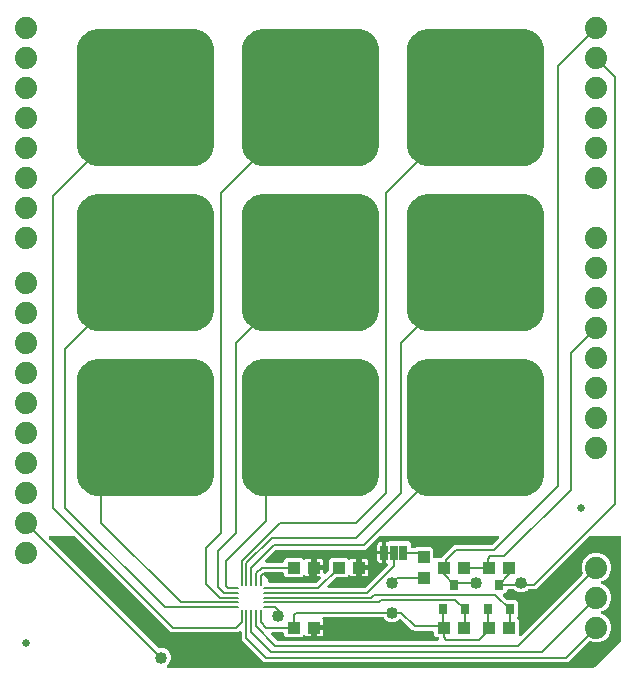
<source format=gbr>
G04 EAGLE Gerber RS-274X export*
G75*
%MOMM*%
%FSLAX34Y34*%
%LPD*%
%INTop Copper*%
%IPPOS*%
%AMOC8*
5,1,8,0,0,1.08239X$1,22.5*%
G01*
%ADD10C,0.195000*%
%ADD11R,1.100000X1.000000*%
%ADD12C,1.879600*%
%ADD13R,0.800000X0.900000*%
%ADD14R,0.635000X1.270000*%
%ADD15R,1.000000X1.100000*%
%ADD16C,0.635000*%
%ADD17C,0.203200*%
%ADD18C,1.016000*%

G36*
X445114Y428919D02*
X445114Y428919D01*
X445150Y428916D01*
X447959Y429137D01*
X448051Y429157D01*
X448117Y429162D01*
X450857Y429820D01*
X450944Y429854D01*
X451008Y429869D01*
X453612Y430948D01*
X453693Y430995D01*
X453754Y431020D01*
X456157Y432492D01*
X456229Y432552D01*
X456286Y432586D01*
X458429Y434416D01*
X458491Y434487D01*
X458542Y434529D01*
X460372Y436672D01*
X460422Y436751D01*
X460466Y436801D01*
X461938Y439204D01*
X461975Y439290D01*
X462010Y439346D01*
X463089Y441950D01*
X463112Y442040D01*
X463138Y442101D01*
X463796Y444841D01*
X463805Y444935D01*
X463821Y444999D01*
X464042Y447808D01*
X464039Y447853D01*
X464045Y447888D01*
X464045Y526268D01*
X464039Y526312D01*
X464042Y526348D01*
X463821Y529157D01*
X463801Y529249D01*
X463796Y529315D01*
X463138Y532055D01*
X463104Y532142D01*
X463089Y532206D01*
X462010Y534810D01*
X461963Y534891D01*
X461938Y534952D01*
X460466Y537355D01*
X460406Y537427D01*
X460372Y537484D01*
X458542Y539627D01*
X458472Y539689D01*
X458429Y539740D01*
X456286Y541570D01*
X456207Y541620D01*
X456157Y541664D01*
X453754Y543136D01*
X453668Y543173D01*
X453612Y543208D01*
X451008Y544287D01*
X450918Y544310D01*
X450857Y544336D01*
X448117Y544994D01*
X448024Y545003D01*
X447959Y545019D01*
X445150Y545240D01*
X445105Y545237D01*
X445070Y545243D01*
X366690Y545243D01*
X366646Y545237D01*
X366610Y545240D01*
X363801Y545019D01*
X363709Y544999D01*
X363643Y544994D01*
X360903Y544336D01*
X360816Y544302D01*
X360752Y544287D01*
X358148Y543208D01*
X358067Y543161D01*
X358006Y543136D01*
X355603Y541664D01*
X355531Y541604D01*
X355474Y541570D01*
X353331Y539740D01*
X353269Y539670D01*
X353218Y539627D01*
X351388Y537484D01*
X351338Y537405D01*
X351294Y537355D01*
X349822Y534952D01*
X349785Y534866D01*
X349750Y534810D01*
X348671Y532206D01*
X348648Y532116D01*
X348622Y532055D01*
X347964Y529315D01*
X347955Y529222D01*
X347939Y529157D01*
X347718Y526348D01*
X347721Y526303D01*
X347715Y526268D01*
X347715Y447888D01*
X347721Y447844D01*
X347718Y447808D01*
X347939Y444999D01*
X347959Y444907D01*
X347964Y444841D01*
X348622Y442101D01*
X348656Y442014D01*
X348671Y441950D01*
X349750Y439346D01*
X349797Y439265D01*
X349822Y439204D01*
X351294Y436801D01*
X351354Y436729D01*
X351388Y436672D01*
X353218Y434529D01*
X353289Y434467D01*
X353331Y434416D01*
X355474Y432586D01*
X355553Y432536D01*
X355603Y432492D01*
X358006Y431020D01*
X358092Y430983D01*
X358148Y430948D01*
X360752Y429869D01*
X360842Y429846D01*
X360903Y429820D01*
X363643Y429162D01*
X363737Y429153D01*
X363801Y429137D01*
X366610Y428916D01*
X366655Y428919D01*
X366690Y428913D01*
X445070Y428913D01*
X445114Y428919D01*
G37*
G36*
X305414Y428919D02*
X305414Y428919D01*
X305450Y428916D01*
X308259Y429137D01*
X308351Y429157D01*
X308417Y429162D01*
X311157Y429820D01*
X311244Y429854D01*
X311308Y429869D01*
X313912Y430948D01*
X313993Y430995D01*
X314054Y431020D01*
X316457Y432492D01*
X316529Y432552D01*
X316586Y432586D01*
X318729Y434416D01*
X318791Y434487D01*
X318842Y434529D01*
X320672Y436672D01*
X320722Y436751D01*
X320766Y436801D01*
X322238Y439204D01*
X322275Y439290D01*
X322310Y439346D01*
X323389Y441950D01*
X323412Y442040D01*
X323438Y442101D01*
X324096Y444841D01*
X324105Y444935D01*
X324121Y444999D01*
X324342Y447808D01*
X324339Y447853D01*
X324345Y447888D01*
X324345Y526268D01*
X324339Y526312D01*
X324342Y526348D01*
X324121Y529157D01*
X324101Y529249D01*
X324096Y529315D01*
X323438Y532055D01*
X323404Y532142D01*
X323389Y532206D01*
X322310Y534810D01*
X322263Y534891D01*
X322238Y534952D01*
X320766Y537355D01*
X320706Y537427D01*
X320672Y537484D01*
X318842Y539627D01*
X318772Y539689D01*
X318729Y539740D01*
X316586Y541570D01*
X316507Y541620D01*
X316457Y541664D01*
X314054Y543136D01*
X313968Y543173D01*
X313912Y543208D01*
X311308Y544287D01*
X311218Y544310D01*
X311157Y544336D01*
X308417Y544994D01*
X308324Y545003D01*
X308259Y545019D01*
X305450Y545240D01*
X305405Y545237D01*
X305370Y545243D01*
X226990Y545243D01*
X226946Y545237D01*
X226910Y545240D01*
X224101Y545019D01*
X224009Y544999D01*
X223943Y544994D01*
X221203Y544336D01*
X221116Y544302D01*
X221052Y544287D01*
X218448Y543208D01*
X218367Y543161D01*
X218306Y543136D01*
X215903Y541664D01*
X215831Y541604D01*
X215774Y541570D01*
X213631Y539740D01*
X213569Y539670D01*
X213518Y539627D01*
X211688Y537484D01*
X211638Y537405D01*
X211594Y537355D01*
X210122Y534952D01*
X210085Y534866D01*
X210050Y534810D01*
X208971Y532206D01*
X208948Y532116D01*
X208922Y532055D01*
X208264Y529315D01*
X208255Y529222D01*
X208239Y529157D01*
X208018Y526348D01*
X208021Y526303D01*
X208015Y526268D01*
X208015Y447888D01*
X208021Y447844D01*
X208018Y447808D01*
X208239Y444999D01*
X208259Y444907D01*
X208264Y444841D01*
X208922Y442101D01*
X208956Y442014D01*
X208971Y441950D01*
X210050Y439346D01*
X210097Y439265D01*
X210122Y439204D01*
X211594Y436801D01*
X211654Y436729D01*
X211688Y436672D01*
X213518Y434529D01*
X213589Y434467D01*
X213631Y434416D01*
X215774Y432586D01*
X215853Y432536D01*
X215903Y432492D01*
X218306Y431020D01*
X218392Y430983D01*
X218448Y430948D01*
X221052Y429869D01*
X221142Y429846D01*
X221203Y429820D01*
X223943Y429162D01*
X224037Y429153D01*
X224101Y429137D01*
X226910Y428916D01*
X226955Y428919D01*
X226990Y428913D01*
X305370Y428913D01*
X305414Y428919D01*
G37*
G36*
X165714Y428919D02*
X165714Y428919D01*
X165750Y428916D01*
X168559Y429137D01*
X168651Y429157D01*
X168717Y429162D01*
X171457Y429820D01*
X171544Y429854D01*
X171608Y429869D01*
X174212Y430948D01*
X174293Y430995D01*
X174354Y431020D01*
X176757Y432492D01*
X176829Y432552D01*
X176886Y432586D01*
X179029Y434416D01*
X179091Y434487D01*
X179142Y434529D01*
X180972Y436672D01*
X181022Y436751D01*
X181066Y436801D01*
X182538Y439204D01*
X182575Y439290D01*
X182610Y439346D01*
X183689Y441950D01*
X183712Y442040D01*
X183738Y442101D01*
X184396Y444841D01*
X184405Y444935D01*
X184421Y444999D01*
X184642Y447808D01*
X184639Y447853D01*
X184645Y447888D01*
X184645Y526268D01*
X184639Y526312D01*
X184642Y526348D01*
X184421Y529157D01*
X184401Y529249D01*
X184396Y529315D01*
X183738Y532055D01*
X183704Y532142D01*
X183689Y532206D01*
X182610Y534810D01*
X182563Y534891D01*
X182538Y534952D01*
X181066Y537355D01*
X181006Y537427D01*
X180972Y537484D01*
X179142Y539627D01*
X179072Y539689D01*
X179029Y539740D01*
X176886Y541570D01*
X176807Y541620D01*
X176757Y541664D01*
X174354Y543136D01*
X174268Y543173D01*
X174212Y543208D01*
X171608Y544287D01*
X171518Y544310D01*
X171457Y544336D01*
X168717Y544994D01*
X168624Y545003D01*
X168559Y545019D01*
X165750Y545240D01*
X165705Y545237D01*
X165670Y545243D01*
X87290Y545243D01*
X87246Y545237D01*
X87210Y545240D01*
X84401Y545019D01*
X84309Y544999D01*
X84243Y544994D01*
X81503Y544336D01*
X81416Y544302D01*
X81352Y544287D01*
X78748Y543208D01*
X78667Y543161D01*
X78606Y543136D01*
X76203Y541664D01*
X76131Y541604D01*
X76074Y541570D01*
X73931Y539740D01*
X73869Y539670D01*
X73818Y539627D01*
X71988Y537484D01*
X71938Y537405D01*
X71894Y537355D01*
X70422Y534952D01*
X70385Y534866D01*
X70350Y534810D01*
X69271Y532206D01*
X69248Y532116D01*
X69222Y532055D01*
X68564Y529315D01*
X68555Y529222D01*
X68539Y529157D01*
X68318Y526348D01*
X68321Y526303D01*
X68315Y526268D01*
X68315Y447888D01*
X68321Y447844D01*
X68318Y447808D01*
X68539Y444999D01*
X68559Y444907D01*
X68564Y444841D01*
X69222Y442101D01*
X69256Y442014D01*
X69271Y441950D01*
X70350Y439346D01*
X70397Y439265D01*
X70422Y439204D01*
X71894Y436801D01*
X71954Y436729D01*
X71988Y436672D01*
X73818Y434529D01*
X73889Y434467D01*
X73931Y434416D01*
X76074Y432586D01*
X76153Y432536D01*
X76203Y432492D01*
X78606Y431020D01*
X78692Y430983D01*
X78748Y430948D01*
X81352Y429869D01*
X81442Y429846D01*
X81503Y429820D01*
X84243Y429162D01*
X84337Y429153D01*
X84401Y429137D01*
X87210Y428916D01*
X87255Y428919D01*
X87290Y428913D01*
X165670Y428913D01*
X165714Y428919D01*
G37*
G36*
X445114Y289219D02*
X445114Y289219D01*
X445150Y289216D01*
X447959Y289437D01*
X448051Y289457D01*
X448117Y289462D01*
X450857Y290120D01*
X450944Y290154D01*
X451008Y290169D01*
X453612Y291248D01*
X453693Y291295D01*
X453754Y291320D01*
X456157Y292792D01*
X456229Y292852D01*
X456286Y292886D01*
X458429Y294716D01*
X458491Y294787D01*
X458542Y294829D01*
X460372Y296972D01*
X460422Y297051D01*
X460466Y297101D01*
X461938Y299504D01*
X461975Y299590D01*
X462010Y299646D01*
X463089Y302250D01*
X463112Y302340D01*
X463138Y302401D01*
X463796Y305141D01*
X463805Y305235D01*
X463821Y305299D01*
X464042Y308108D01*
X464039Y308153D01*
X464045Y308188D01*
X464045Y386568D01*
X464039Y386612D01*
X464042Y386648D01*
X463821Y389457D01*
X463801Y389549D01*
X463796Y389615D01*
X463138Y392355D01*
X463104Y392442D01*
X463089Y392506D01*
X462010Y395110D01*
X461963Y395191D01*
X461938Y395252D01*
X460466Y397655D01*
X460406Y397727D01*
X460372Y397784D01*
X458542Y399927D01*
X458472Y399989D01*
X458429Y400040D01*
X456286Y401870D01*
X456207Y401920D01*
X456157Y401964D01*
X453754Y403436D01*
X453668Y403473D01*
X453612Y403508D01*
X451008Y404587D01*
X450918Y404610D01*
X450857Y404636D01*
X448117Y405294D01*
X448024Y405303D01*
X447959Y405319D01*
X445150Y405540D01*
X445105Y405537D01*
X445070Y405543D01*
X366690Y405543D01*
X366646Y405537D01*
X366610Y405540D01*
X363801Y405319D01*
X363709Y405299D01*
X363643Y405294D01*
X360903Y404636D01*
X360816Y404602D01*
X360752Y404587D01*
X358148Y403508D01*
X358067Y403461D01*
X358006Y403436D01*
X355603Y401964D01*
X355531Y401904D01*
X355474Y401870D01*
X353331Y400040D01*
X353269Y399970D01*
X353218Y399927D01*
X351388Y397784D01*
X351338Y397705D01*
X351294Y397655D01*
X349822Y395252D01*
X349785Y395166D01*
X349750Y395110D01*
X348671Y392506D01*
X348648Y392416D01*
X348622Y392355D01*
X347964Y389615D01*
X347955Y389522D01*
X347939Y389457D01*
X347718Y386648D01*
X347721Y386603D01*
X347715Y386568D01*
X347715Y308188D01*
X347721Y308144D01*
X347718Y308108D01*
X347939Y305299D01*
X347959Y305207D01*
X347964Y305141D01*
X348622Y302401D01*
X348656Y302314D01*
X348671Y302250D01*
X349750Y299646D01*
X349797Y299565D01*
X349822Y299504D01*
X351294Y297101D01*
X351354Y297029D01*
X351388Y296972D01*
X353218Y294829D01*
X353289Y294767D01*
X353331Y294716D01*
X355474Y292886D01*
X355553Y292836D01*
X355603Y292792D01*
X358006Y291320D01*
X358092Y291283D01*
X358148Y291248D01*
X360752Y290169D01*
X360842Y290146D01*
X360903Y290120D01*
X363643Y289462D01*
X363737Y289453D01*
X363801Y289437D01*
X366610Y289216D01*
X366655Y289219D01*
X366690Y289213D01*
X445070Y289213D01*
X445114Y289219D01*
G37*
G36*
X165714Y289219D02*
X165714Y289219D01*
X165750Y289216D01*
X168559Y289437D01*
X168651Y289457D01*
X168717Y289462D01*
X171457Y290120D01*
X171544Y290154D01*
X171608Y290169D01*
X174212Y291248D01*
X174293Y291295D01*
X174354Y291320D01*
X176757Y292792D01*
X176829Y292852D01*
X176886Y292886D01*
X179029Y294716D01*
X179091Y294787D01*
X179142Y294829D01*
X180972Y296972D01*
X181022Y297051D01*
X181066Y297101D01*
X182538Y299504D01*
X182575Y299590D01*
X182610Y299646D01*
X183689Y302250D01*
X183712Y302340D01*
X183738Y302401D01*
X184396Y305141D01*
X184405Y305235D01*
X184421Y305299D01*
X184642Y308108D01*
X184639Y308153D01*
X184645Y308188D01*
X184645Y386568D01*
X184639Y386612D01*
X184642Y386648D01*
X184421Y389457D01*
X184401Y389549D01*
X184396Y389615D01*
X183738Y392355D01*
X183704Y392442D01*
X183689Y392506D01*
X182610Y395110D01*
X182563Y395191D01*
X182538Y395252D01*
X181066Y397655D01*
X181006Y397727D01*
X180972Y397784D01*
X179142Y399927D01*
X179072Y399989D01*
X179029Y400040D01*
X176886Y401870D01*
X176807Y401920D01*
X176757Y401964D01*
X174354Y403436D01*
X174268Y403473D01*
X174212Y403508D01*
X171608Y404587D01*
X171518Y404610D01*
X171457Y404636D01*
X168717Y405294D01*
X168624Y405303D01*
X168559Y405319D01*
X165750Y405540D01*
X165705Y405537D01*
X165670Y405543D01*
X87290Y405543D01*
X87246Y405537D01*
X87210Y405540D01*
X84401Y405319D01*
X84309Y405299D01*
X84243Y405294D01*
X81503Y404636D01*
X81416Y404602D01*
X81352Y404587D01*
X78748Y403508D01*
X78667Y403461D01*
X78606Y403436D01*
X76203Y401964D01*
X76131Y401904D01*
X76074Y401870D01*
X73931Y400040D01*
X73869Y399970D01*
X73818Y399927D01*
X71988Y397784D01*
X71938Y397705D01*
X71894Y397655D01*
X70422Y395252D01*
X70385Y395166D01*
X70350Y395110D01*
X69271Y392506D01*
X69248Y392416D01*
X69222Y392355D01*
X68564Y389615D01*
X68555Y389522D01*
X68539Y389457D01*
X68318Y386648D01*
X68321Y386603D01*
X68315Y386568D01*
X68315Y308188D01*
X68321Y308144D01*
X68318Y308108D01*
X68539Y305299D01*
X68559Y305207D01*
X68564Y305141D01*
X69222Y302401D01*
X69256Y302314D01*
X69271Y302250D01*
X70350Y299646D01*
X70397Y299565D01*
X70422Y299504D01*
X71894Y297101D01*
X71954Y297029D01*
X71988Y296972D01*
X73818Y294829D01*
X73889Y294767D01*
X73931Y294716D01*
X76074Y292886D01*
X76153Y292836D01*
X76203Y292792D01*
X78606Y291320D01*
X78692Y291283D01*
X78748Y291248D01*
X81352Y290169D01*
X81442Y290146D01*
X81503Y290120D01*
X84243Y289462D01*
X84337Y289453D01*
X84401Y289437D01*
X87210Y289216D01*
X87255Y289219D01*
X87290Y289213D01*
X165670Y289213D01*
X165714Y289219D01*
G37*
G36*
X305414Y289219D02*
X305414Y289219D01*
X305450Y289216D01*
X308259Y289437D01*
X308351Y289457D01*
X308417Y289462D01*
X311157Y290120D01*
X311244Y290154D01*
X311308Y290169D01*
X313912Y291248D01*
X313993Y291295D01*
X314054Y291320D01*
X316457Y292792D01*
X316529Y292852D01*
X316586Y292886D01*
X318729Y294716D01*
X318791Y294787D01*
X318842Y294829D01*
X320672Y296972D01*
X320722Y297051D01*
X320766Y297101D01*
X322238Y299504D01*
X322275Y299590D01*
X322310Y299646D01*
X323389Y302250D01*
X323412Y302340D01*
X323438Y302401D01*
X324096Y305141D01*
X324105Y305235D01*
X324121Y305299D01*
X324342Y308108D01*
X324339Y308153D01*
X324345Y308188D01*
X324345Y386568D01*
X324339Y386612D01*
X324342Y386648D01*
X324121Y389457D01*
X324101Y389549D01*
X324096Y389615D01*
X323438Y392355D01*
X323404Y392442D01*
X323389Y392506D01*
X322310Y395110D01*
X322263Y395191D01*
X322238Y395252D01*
X320766Y397655D01*
X320706Y397727D01*
X320672Y397784D01*
X318842Y399927D01*
X318772Y399989D01*
X318729Y400040D01*
X316586Y401870D01*
X316507Y401920D01*
X316457Y401964D01*
X314054Y403436D01*
X313968Y403473D01*
X313912Y403508D01*
X311308Y404587D01*
X311218Y404610D01*
X311157Y404636D01*
X308417Y405294D01*
X308324Y405303D01*
X308259Y405319D01*
X305450Y405540D01*
X305405Y405537D01*
X305370Y405543D01*
X226990Y405543D01*
X226946Y405537D01*
X226910Y405540D01*
X224101Y405319D01*
X224009Y405299D01*
X223943Y405294D01*
X221203Y404636D01*
X221116Y404602D01*
X221052Y404587D01*
X218448Y403508D01*
X218367Y403461D01*
X218306Y403436D01*
X215903Y401964D01*
X215831Y401904D01*
X215774Y401870D01*
X213631Y400040D01*
X213569Y399970D01*
X213518Y399927D01*
X211688Y397784D01*
X211638Y397705D01*
X211594Y397655D01*
X210122Y395252D01*
X210085Y395166D01*
X210050Y395110D01*
X208971Y392506D01*
X208948Y392416D01*
X208922Y392355D01*
X208264Y389615D01*
X208255Y389522D01*
X208239Y389457D01*
X208018Y386648D01*
X208021Y386603D01*
X208015Y386568D01*
X208015Y308188D01*
X208021Y308144D01*
X208018Y308108D01*
X208239Y305299D01*
X208259Y305207D01*
X208264Y305141D01*
X208922Y302401D01*
X208956Y302314D01*
X208971Y302250D01*
X210050Y299646D01*
X210097Y299565D01*
X210122Y299504D01*
X211594Y297101D01*
X211654Y297029D01*
X211688Y296972D01*
X213518Y294829D01*
X213589Y294767D01*
X213631Y294716D01*
X215774Y292886D01*
X215853Y292836D01*
X215903Y292792D01*
X218306Y291320D01*
X218392Y291283D01*
X218448Y291248D01*
X221052Y290169D01*
X221142Y290146D01*
X221203Y290120D01*
X223943Y289462D01*
X224037Y289453D01*
X224101Y289437D01*
X226910Y289216D01*
X226955Y289219D01*
X226990Y289213D01*
X305370Y289213D01*
X305414Y289219D01*
G37*
G36*
X445114Y149519D02*
X445114Y149519D01*
X445150Y149516D01*
X447959Y149737D01*
X448051Y149757D01*
X448117Y149762D01*
X450857Y150420D01*
X450944Y150454D01*
X451008Y150469D01*
X453612Y151548D01*
X453693Y151595D01*
X453754Y151620D01*
X456157Y153092D01*
X456229Y153152D01*
X456286Y153186D01*
X458429Y155016D01*
X458491Y155087D01*
X458542Y155129D01*
X460372Y157272D01*
X460422Y157351D01*
X460466Y157401D01*
X461938Y159804D01*
X461975Y159890D01*
X462010Y159946D01*
X463089Y162550D01*
X463112Y162640D01*
X463138Y162701D01*
X463796Y165441D01*
X463805Y165535D01*
X463821Y165599D01*
X464042Y168408D01*
X464039Y168453D01*
X464045Y168488D01*
X464045Y246868D01*
X464039Y246912D01*
X464042Y246948D01*
X463821Y249757D01*
X463801Y249849D01*
X463796Y249915D01*
X463138Y252655D01*
X463104Y252742D01*
X463089Y252806D01*
X462010Y255410D01*
X461963Y255491D01*
X461938Y255552D01*
X460466Y257955D01*
X460406Y258027D01*
X460372Y258084D01*
X458542Y260227D01*
X458472Y260289D01*
X458429Y260340D01*
X456286Y262170D01*
X456207Y262220D01*
X456157Y262264D01*
X453754Y263736D01*
X453668Y263773D01*
X453612Y263808D01*
X451008Y264887D01*
X450918Y264910D01*
X450857Y264936D01*
X448117Y265594D01*
X448024Y265603D01*
X447959Y265619D01*
X445150Y265840D01*
X445105Y265837D01*
X445070Y265843D01*
X366690Y265843D01*
X366646Y265837D01*
X366610Y265840D01*
X363801Y265619D01*
X363709Y265599D01*
X363643Y265594D01*
X360903Y264936D01*
X360816Y264902D01*
X360752Y264887D01*
X358148Y263808D01*
X358067Y263761D01*
X358006Y263736D01*
X355603Y262264D01*
X355531Y262204D01*
X355474Y262170D01*
X353331Y260340D01*
X353269Y260270D01*
X353218Y260227D01*
X351388Y258084D01*
X351338Y258005D01*
X351294Y257955D01*
X349822Y255552D01*
X349785Y255466D01*
X349750Y255410D01*
X348671Y252806D01*
X348648Y252716D01*
X348622Y252655D01*
X347964Y249915D01*
X347955Y249822D01*
X347939Y249757D01*
X347718Y246948D01*
X347721Y246903D01*
X347715Y246868D01*
X347715Y168488D01*
X347721Y168444D01*
X347718Y168408D01*
X347939Y165599D01*
X347959Y165507D01*
X347964Y165441D01*
X348622Y162701D01*
X348656Y162614D01*
X348671Y162550D01*
X349750Y159946D01*
X349797Y159865D01*
X349822Y159804D01*
X351294Y157401D01*
X351354Y157329D01*
X351388Y157272D01*
X353218Y155129D01*
X353289Y155067D01*
X353331Y155016D01*
X355474Y153186D01*
X355553Y153136D01*
X355603Y153092D01*
X358006Y151620D01*
X358092Y151583D01*
X358148Y151548D01*
X360752Y150469D01*
X360842Y150446D01*
X360903Y150420D01*
X363643Y149762D01*
X363737Y149753D01*
X363801Y149737D01*
X366610Y149516D01*
X366655Y149519D01*
X366690Y149513D01*
X445070Y149513D01*
X445114Y149519D01*
G37*
G36*
X165714Y149519D02*
X165714Y149519D01*
X165750Y149516D01*
X168559Y149737D01*
X168651Y149757D01*
X168717Y149762D01*
X171457Y150420D01*
X171544Y150454D01*
X171608Y150469D01*
X174212Y151548D01*
X174293Y151595D01*
X174354Y151620D01*
X176757Y153092D01*
X176829Y153152D01*
X176886Y153186D01*
X179029Y155016D01*
X179091Y155087D01*
X179142Y155129D01*
X180972Y157272D01*
X181022Y157351D01*
X181066Y157401D01*
X182538Y159804D01*
X182575Y159890D01*
X182610Y159946D01*
X183689Y162550D01*
X183712Y162640D01*
X183738Y162701D01*
X184396Y165441D01*
X184405Y165535D01*
X184421Y165599D01*
X184642Y168408D01*
X184639Y168453D01*
X184645Y168488D01*
X184645Y246868D01*
X184639Y246912D01*
X184642Y246948D01*
X184421Y249757D01*
X184401Y249849D01*
X184396Y249915D01*
X183738Y252655D01*
X183704Y252742D01*
X183689Y252806D01*
X182610Y255410D01*
X182563Y255491D01*
X182538Y255552D01*
X181066Y257955D01*
X181006Y258027D01*
X180972Y258084D01*
X179142Y260227D01*
X179072Y260289D01*
X179029Y260340D01*
X176886Y262170D01*
X176807Y262220D01*
X176757Y262264D01*
X174354Y263736D01*
X174268Y263773D01*
X174212Y263808D01*
X171608Y264887D01*
X171518Y264910D01*
X171457Y264936D01*
X168717Y265594D01*
X168624Y265603D01*
X168559Y265619D01*
X165750Y265840D01*
X165705Y265837D01*
X165670Y265843D01*
X87290Y265843D01*
X87246Y265837D01*
X87210Y265840D01*
X84401Y265619D01*
X84309Y265599D01*
X84243Y265594D01*
X81503Y264936D01*
X81416Y264902D01*
X81352Y264887D01*
X78748Y263808D01*
X78667Y263761D01*
X78606Y263736D01*
X76203Y262264D01*
X76131Y262204D01*
X76074Y262170D01*
X73931Y260340D01*
X73869Y260270D01*
X73818Y260227D01*
X71988Y258084D01*
X71938Y258005D01*
X71894Y257955D01*
X70422Y255552D01*
X70385Y255466D01*
X70350Y255410D01*
X69271Y252806D01*
X69248Y252716D01*
X69222Y252655D01*
X68564Y249915D01*
X68555Y249822D01*
X68539Y249757D01*
X68318Y246948D01*
X68321Y246903D01*
X68315Y246868D01*
X68315Y168488D01*
X68321Y168444D01*
X68318Y168408D01*
X68539Y165599D01*
X68559Y165507D01*
X68564Y165441D01*
X69222Y162701D01*
X69256Y162614D01*
X69271Y162550D01*
X70350Y159946D01*
X70397Y159865D01*
X70422Y159804D01*
X71894Y157401D01*
X71954Y157329D01*
X71988Y157272D01*
X73818Y155129D01*
X73889Y155067D01*
X73931Y155016D01*
X76074Y153186D01*
X76153Y153136D01*
X76203Y153092D01*
X78606Y151620D01*
X78692Y151583D01*
X78748Y151548D01*
X81352Y150469D01*
X81442Y150446D01*
X81503Y150420D01*
X84243Y149762D01*
X84337Y149753D01*
X84401Y149737D01*
X87210Y149516D01*
X87255Y149519D01*
X87290Y149513D01*
X165670Y149513D01*
X165714Y149519D01*
G37*
G36*
X305414Y149519D02*
X305414Y149519D01*
X305450Y149516D01*
X308259Y149737D01*
X308351Y149757D01*
X308417Y149762D01*
X311157Y150420D01*
X311244Y150454D01*
X311308Y150469D01*
X313912Y151548D01*
X313993Y151595D01*
X314054Y151620D01*
X316457Y153092D01*
X316529Y153152D01*
X316586Y153186D01*
X318729Y155016D01*
X318791Y155087D01*
X318842Y155129D01*
X320672Y157272D01*
X320722Y157351D01*
X320766Y157401D01*
X322238Y159804D01*
X322275Y159890D01*
X322310Y159946D01*
X323389Y162550D01*
X323412Y162640D01*
X323438Y162701D01*
X324096Y165441D01*
X324105Y165535D01*
X324121Y165599D01*
X324342Y168408D01*
X324339Y168453D01*
X324345Y168488D01*
X324345Y246868D01*
X324339Y246912D01*
X324342Y246948D01*
X324121Y249757D01*
X324101Y249849D01*
X324096Y249915D01*
X323438Y252655D01*
X323404Y252742D01*
X323389Y252806D01*
X322310Y255410D01*
X322263Y255491D01*
X322238Y255552D01*
X320766Y257955D01*
X320706Y258027D01*
X320672Y258084D01*
X318842Y260227D01*
X318772Y260289D01*
X318729Y260340D01*
X316586Y262170D01*
X316507Y262220D01*
X316457Y262264D01*
X314054Y263736D01*
X313968Y263773D01*
X313912Y263808D01*
X311308Y264887D01*
X311218Y264910D01*
X311157Y264936D01*
X308417Y265594D01*
X308324Y265603D01*
X308259Y265619D01*
X305450Y265840D01*
X305405Y265837D01*
X305370Y265843D01*
X226990Y265843D01*
X226946Y265837D01*
X226910Y265840D01*
X224101Y265619D01*
X224009Y265599D01*
X223943Y265594D01*
X221203Y264936D01*
X221116Y264902D01*
X221052Y264887D01*
X218448Y263808D01*
X218367Y263761D01*
X218306Y263736D01*
X215903Y262264D01*
X215831Y262204D01*
X215774Y262170D01*
X213631Y260340D01*
X213569Y260270D01*
X213518Y260227D01*
X211688Y258084D01*
X211638Y258005D01*
X211594Y257955D01*
X210122Y255552D01*
X210085Y255466D01*
X210050Y255410D01*
X208971Y252806D01*
X208948Y252716D01*
X208922Y252655D01*
X208264Y249915D01*
X208255Y249822D01*
X208239Y249757D01*
X208018Y246948D01*
X208021Y246903D01*
X208015Y246868D01*
X208015Y168488D01*
X208021Y168444D01*
X208018Y168408D01*
X208239Y165599D01*
X208259Y165507D01*
X208264Y165441D01*
X208922Y162701D01*
X208956Y162614D01*
X208971Y162550D01*
X210050Y159946D01*
X210097Y159865D01*
X210122Y159804D01*
X211594Y157401D01*
X211654Y157329D01*
X211688Y157272D01*
X213518Y155129D01*
X213589Y155067D01*
X213631Y155016D01*
X215774Y153186D01*
X215853Y153136D01*
X215903Y153092D01*
X218306Y151620D01*
X218392Y151583D01*
X218448Y151548D01*
X221052Y150469D01*
X221142Y150446D01*
X221203Y150420D01*
X223943Y149762D01*
X224037Y149753D01*
X224101Y149737D01*
X226910Y149516D01*
X226955Y149519D01*
X226990Y149513D01*
X305370Y149513D01*
X305414Y149519D01*
G37*
G36*
X505889Y4077D02*
X505889Y4077D01*
X505988Y4080D01*
X506046Y4097D01*
X506106Y4105D01*
X506198Y4141D01*
X506293Y4169D01*
X506345Y4199D01*
X506402Y4222D01*
X506482Y4280D01*
X506567Y4330D01*
X506643Y4396D01*
X506659Y4408D01*
X506667Y4418D01*
X506688Y4436D01*
X528964Y26712D01*
X529024Y26790D01*
X529092Y26862D01*
X529121Y26915D01*
X529158Y26963D01*
X529198Y27054D01*
X529246Y27141D01*
X529261Y27199D01*
X529285Y27255D01*
X529300Y27353D01*
X529325Y27449D01*
X529331Y27549D01*
X529335Y27569D01*
X529333Y27581D01*
X529335Y27609D01*
X529335Y114300D01*
X529320Y114418D01*
X529313Y114537D01*
X529300Y114575D01*
X529295Y114616D01*
X529252Y114726D01*
X529215Y114839D01*
X529193Y114874D01*
X529178Y114911D01*
X529109Y115007D01*
X529045Y115108D01*
X529015Y115136D01*
X528992Y115169D01*
X528900Y115245D01*
X528813Y115326D01*
X528778Y115346D01*
X528747Y115371D01*
X528639Y115422D01*
X528535Y115480D01*
X528495Y115490D01*
X528459Y115507D01*
X528342Y115529D01*
X528227Y115559D01*
X528167Y115563D01*
X528147Y115567D01*
X528126Y115565D01*
X528066Y115569D01*
X502843Y115569D01*
X502745Y115557D01*
X502646Y115554D01*
X502588Y115537D01*
X502528Y115529D01*
X502436Y115493D01*
X502341Y115465D01*
X502288Y115435D01*
X502232Y115412D01*
X502152Y115354D01*
X502067Y115304D01*
X501991Y115238D01*
X501975Y115226D01*
X501967Y115216D01*
X501946Y115198D01*
X457106Y70357D01*
X450679Y70357D01*
X450581Y70345D01*
X450482Y70342D01*
X450423Y70325D01*
X450363Y70317D01*
X450271Y70281D01*
X450176Y70253D01*
X450124Y70223D01*
X450068Y70200D01*
X449987Y70142D01*
X449902Y70092D01*
X449827Y70026D01*
X449810Y70014D01*
X449802Y70004D01*
X449781Y69985D01*
X449105Y69309D01*
X446117Y68071D01*
X442883Y68071D01*
X439895Y69309D01*
X439219Y69985D01*
X439141Y70046D01*
X439068Y70114D01*
X439015Y70143D01*
X438967Y70180D01*
X438877Y70220D01*
X438790Y70268D01*
X438731Y70283D01*
X438676Y70307D01*
X438578Y70322D01*
X438482Y70347D01*
X438382Y70353D01*
X438362Y70357D01*
X438349Y70355D01*
X438321Y70357D01*
X433768Y70357D01*
X433650Y70342D01*
X433531Y70335D01*
X433493Y70322D01*
X433452Y70317D01*
X433342Y70274D01*
X433229Y70237D01*
X433194Y70215D01*
X433157Y70200D01*
X433061Y70131D01*
X432960Y70067D01*
X432932Y70037D01*
X432899Y70014D01*
X432823Y69922D01*
X432742Y69835D01*
X432722Y69800D01*
X432697Y69769D01*
X432646Y69661D01*
X432588Y69557D01*
X432578Y69517D01*
X432561Y69481D01*
X432539Y69364D01*
X432509Y69249D01*
X432505Y69189D01*
X432501Y69169D01*
X432503Y69148D01*
X432499Y69088D01*
X432499Y68737D01*
X430713Y66951D01*
X430311Y66951D01*
X430174Y66934D01*
X430035Y66921D01*
X430016Y66914D01*
X429996Y66911D01*
X429867Y66860D01*
X429736Y66813D01*
X429719Y66802D01*
X429700Y66794D01*
X429588Y66713D01*
X429473Y66635D01*
X429459Y66619D01*
X429443Y66608D01*
X429354Y66500D01*
X429262Y66396D01*
X429253Y66378D01*
X429240Y66363D01*
X429181Y66237D01*
X429118Y66113D01*
X429113Y66093D01*
X429104Y66075D01*
X429078Y65939D01*
X429048Y65803D01*
X429048Y65782D01*
X429045Y65763D01*
X429053Y65624D01*
X429058Y65485D01*
X429063Y65465D01*
X429064Y65445D01*
X429107Y65313D01*
X429146Y65179D01*
X429156Y65162D01*
X429162Y65143D01*
X429237Y65025D01*
X429307Y64905D01*
X429326Y64884D01*
X429333Y64874D01*
X429348Y64860D01*
X429414Y64785D01*
X432778Y61420D01*
X432856Y61360D01*
X432928Y61292D01*
X432981Y61263D01*
X433029Y61226D01*
X433120Y61186D01*
X433207Y61138D01*
X433265Y61123D01*
X433321Y61099D01*
X433419Y61084D01*
X433515Y61059D01*
X433615Y61053D01*
X433635Y61049D01*
X433647Y61051D01*
X433675Y61049D01*
X440213Y61049D01*
X441999Y59263D01*
X441999Y47737D01*
X441459Y47198D01*
X441386Y47104D01*
X441307Y47014D01*
X441289Y46978D01*
X441264Y46946D01*
X441217Y46837D01*
X441163Y46731D01*
X441154Y46692D01*
X441138Y46654D01*
X441119Y46537D01*
X441093Y46421D01*
X441094Y46380D01*
X441088Y46340D01*
X441099Y46222D01*
X441103Y46103D01*
X441114Y46064D01*
X441118Y46024D01*
X441158Y45911D01*
X441191Y45797D01*
X441212Y45763D01*
X441225Y45724D01*
X441292Y45626D01*
X441353Y45523D01*
X441393Y45478D01*
X441404Y45461D01*
X441419Y45448D01*
X441459Y45403D01*
X442499Y44363D01*
X442499Y32211D01*
X442516Y32074D01*
X442529Y31935D01*
X442536Y31916D01*
X442539Y31896D01*
X442590Y31767D01*
X442637Y31636D01*
X442648Y31619D01*
X442656Y31600D01*
X442737Y31488D01*
X442815Y31373D01*
X442831Y31359D01*
X442842Y31343D01*
X442950Y31254D01*
X443054Y31162D01*
X443072Y31153D01*
X443087Y31140D01*
X443213Y31081D01*
X443337Y31018D01*
X443357Y31013D01*
X443375Y31004D01*
X443511Y30978D01*
X443647Y30948D01*
X443668Y30948D01*
X443687Y30945D01*
X443826Y30953D01*
X443965Y30958D01*
X443985Y30963D01*
X444005Y30964D01*
X444137Y31007D01*
X444271Y31046D01*
X444288Y31056D01*
X444307Y31062D01*
X444425Y31137D01*
X444545Y31207D01*
X444566Y31226D01*
X444576Y31233D01*
X444590Y31247D01*
X444665Y31314D01*
X496190Y82839D01*
X496208Y82862D01*
X496231Y82881D01*
X496306Y82987D01*
X496385Y83090D01*
X496397Y83117D01*
X496414Y83141D01*
X496460Y83263D01*
X496512Y83382D01*
X496516Y83411D01*
X496527Y83439D01*
X496541Y83568D01*
X496561Y83696D01*
X496559Y83725D01*
X496562Y83755D01*
X496544Y83883D01*
X496532Y84013D01*
X496522Y84040D01*
X496518Y84070D01*
X496465Y84222D01*
X495553Y86424D01*
X495553Y91376D01*
X497448Y95950D01*
X500950Y99452D01*
X505524Y101347D01*
X510476Y101347D01*
X515050Y99452D01*
X518552Y95950D01*
X520447Y91376D01*
X520447Y86424D01*
X518552Y81850D01*
X515050Y78348D01*
X512695Y77373D01*
X512575Y77304D01*
X512452Y77239D01*
X512437Y77225D01*
X512419Y77215D01*
X512319Y77118D01*
X512216Y77025D01*
X512205Y77008D01*
X512191Y76994D01*
X512118Y76876D01*
X512042Y76759D01*
X512035Y76740D01*
X512024Y76723D01*
X511984Y76590D01*
X511938Y76458D01*
X511937Y76438D01*
X511931Y76419D01*
X511924Y76280D01*
X511913Y76141D01*
X511917Y76121D01*
X511916Y76101D01*
X511944Y75965D01*
X511968Y75828D01*
X511976Y75809D01*
X511980Y75790D01*
X512041Y75665D01*
X512098Y75538D01*
X512111Y75522D01*
X512120Y75504D01*
X512210Y75398D01*
X512297Y75290D01*
X512313Y75277D01*
X512326Y75262D01*
X512440Y75182D01*
X512551Y75098D01*
X512576Y75086D01*
X512586Y75079D01*
X512605Y75072D01*
X512695Y75027D01*
X515050Y74052D01*
X518552Y70550D01*
X520447Y65976D01*
X520447Y61024D01*
X518552Y56450D01*
X515050Y52948D01*
X512695Y51973D01*
X512575Y51904D01*
X512452Y51839D01*
X512437Y51825D01*
X512419Y51815D01*
X512319Y51718D01*
X512216Y51625D01*
X512205Y51608D01*
X512191Y51594D01*
X512118Y51476D01*
X512042Y51359D01*
X512035Y51340D01*
X512024Y51323D01*
X511984Y51190D01*
X511938Y51058D01*
X511937Y51038D01*
X511931Y51019D01*
X511924Y50880D01*
X511913Y50741D01*
X511917Y50721D01*
X511916Y50701D01*
X511944Y50565D01*
X511968Y50428D01*
X511976Y50409D01*
X511980Y50390D01*
X512041Y50265D01*
X512098Y50138D01*
X512111Y50122D01*
X512120Y50104D01*
X512210Y49998D01*
X512297Y49890D01*
X512313Y49877D01*
X512326Y49862D01*
X512440Y49782D01*
X512551Y49698D01*
X512576Y49686D01*
X512586Y49679D01*
X512605Y49672D01*
X512695Y49627D01*
X515050Y48652D01*
X518552Y45150D01*
X520447Y40576D01*
X520447Y35624D01*
X518552Y31050D01*
X515050Y27548D01*
X510476Y25653D01*
X505524Y25653D01*
X503322Y26565D01*
X503293Y26573D01*
X503267Y26587D01*
X503140Y26615D01*
X503015Y26649D01*
X502986Y26650D01*
X502957Y26656D01*
X502827Y26652D01*
X502697Y26654D01*
X502668Y26648D01*
X502639Y26647D01*
X502514Y26611D01*
X502388Y26580D01*
X502362Y26566D01*
X502333Y26558D01*
X502222Y26492D01*
X502107Y26432D01*
X502085Y26412D01*
X502060Y26397D01*
X501939Y26290D01*
X487036Y11388D01*
X484284Y8635D01*
X226916Y8635D01*
X207734Y27818D01*
X207734Y33821D01*
X207716Y33959D01*
X207703Y34097D01*
X207696Y34116D01*
X207694Y34137D01*
X207643Y34266D01*
X207596Y34397D01*
X207584Y34414D01*
X207577Y34432D01*
X207495Y34545D01*
X207417Y34660D01*
X207402Y34673D01*
X207390Y34690D01*
X207283Y34778D01*
X207179Y34870D01*
X207161Y34879D01*
X207145Y34892D01*
X207019Y34952D01*
X206895Y35015D01*
X206876Y35019D01*
X206857Y35028D01*
X206721Y35054D01*
X206585Y35085D01*
X206565Y35084D01*
X206545Y35088D01*
X206407Y35079D01*
X206267Y35075D01*
X206248Y35069D01*
X206228Y35068D01*
X206096Y35025D01*
X205962Y34986D01*
X205944Y34976D01*
X205925Y34970D01*
X205808Y34896D01*
X205688Y34825D01*
X205667Y34806D01*
X205656Y34800D01*
X205642Y34785D01*
X205567Y34719D01*
X204884Y34035D01*
X148176Y34035D01*
X67014Y115198D01*
X66936Y115258D01*
X66864Y115326D01*
X66811Y115355D01*
X66763Y115392D01*
X66672Y115432D01*
X66585Y115480D01*
X66527Y115495D01*
X66471Y115519D01*
X66373Y115534D01*
X66277Y115559D01*
X66177Y115565D01*
X66157Y115569D01*
X66145Y115567D01*
X66117Y115569D01*
X45643Y115569D01*
X45506Y115552D01*
X45367Y115539D01*
X45348Y115532D01*
X45328Y115529D01*
X45199Y115478D01*
X45068Y115431D01*
X45051Y115420D01*
X45032Y115412D01*
X44920Y115331D01*
X44805Y115253D01*
X44791Y115237D01*
X44775Y115226D01*
X44686Y115118D01*
X44594Y115014D01*
X44585Y114996D01*
X44572Y114981D01*
X44513Y114855D01*
X44450Y114731D01*
X44445Y114711D01*
X44436Y114693D01*
X44410Y114557D01*
X44380Y114421D01*
X44381Y114400D01*
X44377Y114381D01*
X44385Y114242D01*
X44390Y114103D01*
X44395Y114083D01*
X44396Y114063D01*
X44439Y113931D01*
X44478Y113797D01*
X44488Y113780D01*
X44494Y113761D01*
X44569Y113643D01*
X44639Y113523D01*
X44658Y113502D01*
X44665Y113492D01*
X44680Y113478D01*
X44746Y113403D01*
X136948Y21200D01*
X137026Y21140D01*
X137098Y21072D01*
X137151Y21043D01*
X137199Y21006D01*
X137290Y20966D01*
X137377Y20918D01*
X137435Y20903D01*
X137491Y20879D01*
X137589Y20864D01*
X137685Y20839D01*
X137785Y20833D01*
X137805Y20829D01*
X137817Y20831D01*
X137845Y20829D01*
X141317Y20829D01*
X144305Y19591D01*
X146591Y17305D01*
X147829Y14317D01*
X147829Y11083D01*
X146591Y8095D01*
X144727Y6231D01*
X144642Y6122D01*
X144553Y6015D01*
X144545Y5996D01*
X144532Y5980D01*
X144477Y5852D01*
X144418Y5727D01*
X144414Y5707D01*
X144406Y5688D01*
X144384Y5550D01*
X144358Y5414D01*
X144359Y5394D01*
X144356Y5374D01*
X144369Y5235D01*
X144378Y5097D01*
X144384Y5078D01*
X144386Y5058D01*
X144433Y4926D01*
X144476Y4795D01*
X144487Y4777D01*
X144494Y4758D01*
X144572Y4643D01*
X144646Y4526D01*
X144661Y4512D01*
X144672Y4495D01*
X144776Y4403D01*
X144878Y4308D01*
X144895Y4298D01*
X144911Y4285D01*
X145035Y4221D01*
X145156Y4154D01*
X145176Y4149D01*
X145194Y4140D01*
X145330Y4110D01*
X145464Y4075D01*
X145492Y4073D01*
X145504Y4070D01*
X145525Y4071D01*
X145625Y4065D01*
X505791Y4065D01*
X505889Y4077D01*
G37*
G36*
X311769Y71577D02*
X311769Y71577D01*
X311868Y71580D01*
X311926Y71597D01*
X311986Y71605D01*
X312078Y71641D01*
X312173Y71669D01*
X312225Y71699D01*
X312282Y71722D01*
X312362Y71780D01*
X312447Y71830D01*
X312523Y71896D01*
X312539Y71908D01*
X312547Y71918D01*
X312568Y71936D01*
X331174Y90543D01*
X331259Y90652D01*
X331348Y90759D01*
X331357Y90778D01*
X331369Y90794D01*
X331425Y90922D01*
X331484Y91047D01*
X331487Y91067D01*
X331495Y91086D01*
X331517Y91224D01*
X331543Y91360D01*
X331542Y91380D01*
X331545Y91400D01*
X331532Y91539D01*
X331524Y91677D01*
X331517Y91696D01*
X331515Y91716D01*
X331468Y91848D01*
X331426Y91979D01*
X331415Y91997D01*
X331408Y92016D01*
X331330Y92131D01*
X331255Y92248D01*
X331241Y92262D01*
X331229Y92279D01*
X331125Y92371D01*
X331024Y92466D01*
X331006Y92476D01*
X330991Y92489D01*
X330867Y92552D01*
X330745Y92620D01*
X330726Y92625D01*
X330708Y92634D01*
X330572Y92664D01*
X330437Y92699D01*
X330409Y92701D01*
X330397Y92704D01*
X330377Y92703D01*
X330277Y92709D01*
X330009Y92709D01*
X330009Y101282D01*
X329994Y101401D01*
X329986Y101519D01*
X329974Y101558D01*
X329969Y101598D01*
X329963Y101612D01*
X329969Y101642D01*
X329999Y101757D01*
X330002Y101817D01*
X330006Y101837D01*
X330005Y101858D01*
X330009Y101918D01*
X330009Y110491D01*
X331078Y110491D01*
X331177Y110503D01*
X331276Y110506D01*
X331334Y110523D01*
X331394Y110531D01*
X331486Y110567D01*
X331581Y110595D01*
X331633Y110625D01*
X331690Y110648D01*
X331770Y110706D01*
X331855Y110756D01*
X331930Y110822D01*
X331947Y110834D01*
X331955Y110844D01*
X331976Y110862D01*
X332112Y110999D01*
X349116Y110999D01*
X350902Y109213D01*
X350902Y106934D01*
X350917Y106816D01*
X350924Y106697D01*
X350937Y106659D01*
X350942Y106618D01*
X350985Y106508D01*
X351022Y106395D01*
X351044Y106360D01*
X351059Y106323D01*
X351128Y106227D01*
X351192Y106126D01*
X351222Y106098D01*
X351245Y106065D01*
X351337Y105989D01*
X351424Y105908D01*
X351459Y105888D01*
X351490Y105863D01*
X351598Y105812D01*
X351702Y105754D01*
X351742Y105744D01*
X351778Y105727D01*
X351895Y105705D01*
X352010Y105675D01*
X352070Y105671D01*
X352090Y105667D01*
X352111Y105669D01*
X352171Y105665D01*
X354877Y105665D01*
X354976Y105677D01*
X355075Y105680D01*
X355133Y105697D01*
X355193Y105705D01*
X355285Y105741D01*
X355380Y105769D01*
X355432Y105799D01*
X355489Y105822D01*
X355569Y105880D01*
X355654Y105930D01*
X355675Y105949D01*
X368213Y105949D01*
X369999Y104163D01*
X369999Y97925D01*
X370016Y97787D01*
X370029Y97648D01*
X370036Y97629D01*
X370039Y97609D01*
X370090Y97480D01*
X370137Y97349D01*
X370148Y97332D01*
X370156Y97313D01*
X370237Y97201D01*
X370315Y97086D01*
X370331Y97072D01*
X370342Y97056D01*
X370450Y96967D01*
X370554Y96875D01*
X370572Y96866D01*
X370587Y96853D01*
X370713Y96794D01*
X370837Y96731D01*
X370857Y96726D01*
X370875Y96718D01*
X371011Y96692D01*
X371147Y96661D01*
X371168Y96662D01*
X371187Y96658D01*
X371326Y96666D01*
X371465Y96671D01*
X371485Y96676D01*
X371505Y96678D01*
X371637Y96721D01*
X371771Y96759D01*
X371788Y96769D01*
X371807Y96776D01*
X371925Y96850D01*
X372045Y96921D01*
X372066Y96939D01*
X372076Y96946D01*
X372079Y96949D01*
X376425Y96949D01*
X376523Y96961D01*
X376622Y96964D01*
X376680Y96981D01*
X376740Y96989D01*
X376832Y97025D01*
X376927Y97053D01*
X376979Y97083D01*
X377036Y97106D01*
X377116Y97164D01*
X377201Y97214D01*
X377277Y97280D01*
X377293Y97292D01*
X377301Y97302D01*
X377322Y97320D01*
X387698Y107697D01*
X419177Y107697D01*
X419275Y107709D01*
X419374Y107712D01*
X419432Y107729D01*
X419492Y107737D01*
X419584Y107773D01*
X419679Y107801D01*
X419731Y107831D01*
X419788Y107854D01*
X419868Y107912D01*
X419953Y107962D01*
X420029Y108028D01*
X420045Y108040D01*
X420053Y108050D01*
X420074Y108068D01*
X425408Y113403D01*
X425493Y113512D01*
X425582Y113619D01*
X425591Y113638D01*
X425603Y113654D01*
X425658Y113782D01*
X425718Y113907D01*
X425721Y113927D01*
X425729Y113946D01*
X425751Y114084D01*
X425777Y114220D01*
X425776Y114240D01*
X425779Y114260D01*
X425766Y114399D01*
X425758Y114537D01*
X425751Y114556D01*
X425749Y114576D01*
X425702Y114708D01*
X425660Y114839D01*
X425649Y114857D01*
X425642Y114876D01*
X425564Y114991D01*
X425489Y115108D01*
X425475Y115122D01*
X425463Y115139D01*
X425359Y115231D01*
X425258Y115326D01*
X425240Y115336D01*
X425225Y115349D01*
X425101Y115412D01*
X424979Y115480D01*
X424960Y115485D01*
X424942Y115494D01*
X424806Y115524D01*
X424671Y115559D01*
X424643Y115561D01*
X424631Y115564D01*
X424611Y115563D01*
X424511Y115569D01*
X325043Y115569D01*
X324945Y115557D01*
X324846Y115554D01*
X324788Y115537D01*
X324728Y115529D01*
X324636Y115493D01*
X324541Y115465D01*
X324489Y115435D01*
X324432Y115412D01*
X324352Y115354D01*
X324267Y115304D01*
X324191Y115238D01*
X324175Y115226D01*
X324167Y115216D01*
X324146Y115198D01*
X312834Y103885D01*
X237159Y103885D01*
X237061Y103873D01*
X236962Y103870D01*
X236904Y103853D01*
X236844Y103845D01*
X236752Y103809D01*
X236657Y103781D01*
X236605Y103751D01*
X236548Y103728D01*
X236468Y103670D01*
X236383Y103620D01*
X236307Y103554D01*
X236291Y103542D01*
X236283Y103532D01*
X236262Y103514D01*
X227880Y95131D01*
X227794Y95021D01*
X227706Y94915D01*
X227697Y94896D01*
X227685Y94880D01*
X227629Y94752D01*
X227570Y94627D01*
X227567Y94607D01*
X227559Y94588D01*
X227537Y94450D01*
X227511Y94314D01*
X227512Y94294D01*
X227509Y94274D01*
X227522Y94135D01*
X227530Y93997D01*
X227537Y93978D01*
X227539Y93958D01*
X227586Y93826D01*
X227628Y93695D01*
X227639Y93677D01*
X227646Y93658D01*
X227724Y93543D01*
X227799Y93426D01*
X227813Y93412D01*
X227825Y93395D01*
X227929Y93303D01*
X228030Y93208D01*
X228048Y93198D01*
X228063Y93185D01*
X228187Y93121D01*
X228309Y93054D01*
X228328Y93049D01*
X228346Y93040D01*
X228482Y93010D01*
X228617Y92975D01*
X228645Y92973D01*
X228657Y92970D01*
X228677Y92971D01*
X228777Y92965D01*
X242032Y92965D01*
X242150Y92980D01*
X242269Y92987D01*
X242307Y93000D01*
X242348Y93005D01*
X242458Y93048D01*
X242571Y93085D01*
X242606Y93107D01*
X242643Y93122D01*
X242739Y93191D01*
X242840Y93255D01*
X242868Y93285D01*
X242901Y93308D01*
X242977Y93400D01*
X243058Y93487D01*
X243078Y93522D01*
X243103Y93553D01*
X243154Y93661D01*
X243212Y93765D01*
X243222Y93805D01*
X243239Y93841D01*
X243261Y93958D01*
X243291Y94073D01*
X243295Y94133D01*
X243299Y94153D01*
X243297Y94174D01*
X243301Y94234D01*
X243301Y95163D01*
X245087Y96949D01*
X258613Y96949D01*
X259812Y95750D01*
X259906Y95677D01*
X259995Y95598D01*
X260031Y95580D01*
X260063Y95555D01*
X260172Y95508D01*
X260278Y95453D01*
X260318Y95445D01*
X260355Y95429D01*
X260473Y95410D01*
X260589Y95384D01*
X260629Y95385D01*
X260669Y95379D01*
X260788Y95390D01*
X260907Y95394D01*
X260945Y95405D01*
X260986Y95409D01*
X261098Y95449D01*
X261212Y95482D01*
X261247Y95502D01*
X261285Y95516D01*
X261383Y95583D01*
X261486Y95643D01*
X261531Y95683D01*
X261548Y95695D01*
X261562Y95710D01*
X261607Y95750D01*
X261790Y95933D01*
X262369Y96268D01*
X263016Y96441D01*
X266351Y96441D01*
X266351Y90130D01*
X266366Y90012D01*
X266373Y89893D01*
X266385Y89855D01*
X266391Y89815D01*
X266434Y89704D01*
X266471Y89591D01*
X266493Y89557D01*
X266508Y89519D01*
X266577Y89423D01*
X266641Y89322D01*
X266671Y89294D01*
X266694Y89262D01*
X266786Y89186D01*
X266873Y89104D01*
X266908Y89085D01*
X266939Y89059D01*
X267047Y89008D01*
X267151Y88951D01*
X267191Y88941D01*
X267227Y88923D01*
X267334Y88903D01*
X267304Y88899D01*
X267194Y88855D01*
X267081Y88819D01*
X267046Y88797D01*
X267009Y88782D01*
X266912Y88712D01*
X266812Y88649D01*
X266784Y88619D01*
X266751Y88595D01*
X266675Y88504D01*
X266594Y88417D01*
X266574Y88382D01*
X266549Y88350D01*
X266498Y88243D01*
X266440Y88138D01*
X266430Y88099D01*
X266413Y88063D01*
X266391Y87946D01*
X266361Y87830D01*
X266357Y87770D01*
X266353Y87750D01*
X266355Y87730D01*
X266351Y87670D01*
X266351Y81359D01*
X263016Y81359D01*
X262369Y81532D01*
X261790Y81867D01*
X261607Y82050D01*
X261513Y82123D01*
X261423Y82202D01*
X261387Y82220D01*
X261356Y82245D01*
X261246Y82292D01*
X261140Y82347D01*
X261101Y82355D01*
X261064Y82371D01*
X260946Y82390D01*
X260830Y82416D01*
X260789Y82415D01*
X260750Y82421D01*
X260631Y82410D01*
X260512Y82407D01*
X260473Y82395D01*
X260433Y82391D01*
X260321Y82351D01*
X260207Y82318D01*
X260172Y82298D01*
X260134Y82284D01*
X260035Y82217D01*
X259933Y82157D01*
X259887Y82117D01*
X259871Y82105D01*
X259857Y82090D01*
X259812Y82050D01*
X258613Y80851D01*
X245087Y80851D01*
X243301Y82637D01*
X243301Y83566D01*
X243286Y83684D01*
X243279Y83803D01*
X243266Y83841D01*
X243261Y83882D01*
X243218Y83992D01*
X243181Y84105D01*
X243159Y84140D01*
X243144Y84177D01*
X243075Y84273D01*
X243011Y84374D01*
X242981Y84402D01*
X242958Y84435D01*
X242866Y84511D01*
X242779Y84592D01*
X242744Y84612D01*
X242713Y84637D01*
X242605Y84688D01*
X242501Y84746D01*
X242461Y84756D01*
X242425Y84773D01*
X242308Y84795D01*
X242193Y84825D01*
X242133Y84829D01*
X242113Y84833D01*
X242092Y84831D01*
X242032Y84835D01*
X227046Y84835D01*
X226908Y84818D01*
X226769Y84805D01*
X226750Y84798D01*
X226730Y84795D01*
X226601Y84744D01*
X226470Y84697D01*
X226453Y84686D01*
X226435Y84678D01*
X226322Y84597D01*
X226207Y84519D01*
X226194Y84503D01*
X226177Y84492D01*
X226088Y84384D01*
X225996Y84280D01*
X225987Y84262D01*
X225974Y84247D01*
X225915Y84121D01*
X225852Y83997D01*
X225847Y83977D01*
X225839Y83959D01*
X225813Y83822D01*
X225782Y83687D01*
X225783Y83666D01*
X225779Y83647D01*
X225788Y83508D01*
X225792Y83369D01*
X225798Y83349D01*
X225799Y83329D01*
X225842Y83197D01*
X225880Y83063D01*
X225891Y83046D01*
X225897Y83027D01*
X225971Y82909D01*
X226042Y82789D01*
X226060Y82768D01*
X226067Y82758D01*
X226082Y82744D01*
X226148Y82668D01*
X226662Y82154D01*
X227159Y81294D01*
X227174Y81249D01*
X227199Y81209D01*
X227217Y81165D01*
X227284Y81075D01*
X227344Y80980D01*
X227378Y80947D01*
X227406Y80910D01*
X227494Y80839D01*
X227576Y80762D01*
X227617Y80739D01*
X227654Y80709D01*
X227756Y80663D01*
X227854Y80608D01*
X227900Y80597D01*
X227943Y80577D01*
X228053Y80557D01*
X228162Y80529D01*
X228234Y80524D01*
X228256Y80521D01*
X228274Y80522D01*
X228323Y80519D01*
X228593Y80519D01*
X230379Y78733D01*
X230379Y76834D01*
X230394Y76716D01*
X230401Y76597D01*
X230414Y76559D01*
X230419Y76518D01*
X230462Y76408D01*
X230499Y76295D01*
X230521Y76260D01*
X230536Y76223D01*
X230605Y76127D01*
X230669Y76026D01*
X230699Y75998D01*
X230722Y75965D01*
X230814Y75889D01*
X230901Y75808D01*
X230936Y75788D01*
X230967Y75763D01*
X231075Y75712D01*
X231179Y75654D01*
X231219Y75644D01*
X231255Y75627D01*
X231372Y75605D01*
X231487Y75575D01*
X231547Y75571D01*
X231567Y75567D01*
X231588Y75569D01*
X231648Y75565D01*
X270341Y75565D01*
X270439Y75577D01*
X270538Y75580D01*
X270596Y75597D01*
X270656Y75605D01*
X270748Y75641D01*
X270843Y75669D01*
X270895Y75699D01*
X270952Y75722D01*
X271032Y75780D01*
X271117Y75830D01*
X271193Y75896D01*
X271209Y75908D01*
X271217Y75918D01*
X271238Y75936D01*
X274494Y79193D01*
X274579Y79302D01*
X274668Y79409D01*
X274677Y79428D01*
X274689Y79444D01*
X274745Y79572D01*
X274804Y79697D01*
X274807Y79717D01*
X274815Y79736D01*
X274837Y79874D01*
X274863Y80010D01*
X274862Y80030D01*
X274865Y80050D01*
X274852Y80189D01*
X274844Y80327D01*
X274837Y80346D01*
X274835Y80366D01*
X274788Y80498D01*
X274746Y80629D01*
X274735Y80647D01*
X274728Y80666D01*
X274650Y80781D01*
X274575Y80898D01*
X274561Y80912D01*
X274549Y80929D01*
X274445Y81021D01*
X274344Y81116D01*
X274326Y81126D01*
X274311Y81139D01*
X274187Y81203D01*
X274065Y81270D01*
X274046Y81275D01*
X274028Y81284D01*
X273892Y81314D01*
X273757Y81349D01*
X273729Y81351D01*
X273717Y81354D01*
X273697Y81353D01*
X273597Y81359D01*
X271349Y81359D01*
X271349Y86401D01*
X276891Y86401D01*
X276891Y84653D01*
X276908Y84516D01*
X276921Y84377D01*
X276928Y84358D01*
X276931Y84338D01*
X276982Y84209D01*
X277029Y84078D01*
X277040Y84061D01*
X277048Y84042D01*
X277129Y83930D01*
X277207Y83815D01*
X277223Y83801D01*
X277234Y83785D01*
X277342Y83696D01*
X277446Y83604D01*
X277464Y83595D01*
X277479Y83582D01*
X277605Y83523D01*
X277729Y83460D01*
X277749Y83455D01*
X277767Y83446D01*
X277903Y83420D01*
X278039Y83390D01*
X278060Y83390D01*
X278079Y83387D01*
X278218Y83395D01*
X278357Y83400D01*
X278377Y83405D01*
X278397Y83406D01*
X278529Y83449D01*
X278663Y83488D01*
X278680Y83498D01*
X278699Y83504D01*
X278817Y83579D01*
X278937Y83649D01*
X278958Y83668D01*
X278968Y83675D01*
X278982Y83689D01*
X279057Y83756D01*
X281030Y85728D01*
X281090Y85806D01*
X281158Y85878D01*
X281187Y85931D01*
X281224Y85979D01*
X281264Y86070D01*
X281312Y86157D01*
X281327Y86215D01*
X281351Y86271D01*
X281366Y86369D01*
X281391Y86465D01*
X281397Y86565D01*
X281401Y86585D01*
X281399Y86597D01*
X281401Y86625D01*
X281401Y95163D01*
X283187Y96949D01*
X296713Y96949D01*
X297912Y95750D01*
X298006Y95677D01*
X298095Y95598D01*
X298131Y95580D01*
X298163Y95555D01*
X298272Y95508D01*
X298378Y95453D01*
X298418Y95445D01*
X298455Y95429D01*
X298573Y95410D01*
X298689Y95384D01*
X298729Y95385D01*
X298769Y95379D01*
X298888Y95390D01*
X299007Y95394D01*
X299045Y95405D01*
X299086Y95409D01*
X299198Y95449D01*
X299312Y95482D01*
X299347Y95502D01*
X299385Y95516D01*
X299483Y95583D01*
X299586Y95643D01*
X299631Y95683D01*
X299648Y95695D01*
X299662Y95710D01*
X299707Y95750D01*
X299890Y95933D01*
X300469Y96268D01*
X301116Y96441D01*
X304451Y96441D01*
X304451Y90130D01*
X304466Y90012D01*
X304473Y89893D01*
X304485Y89855D01*
X304491Y89815D01*
X304534Y89704D01*
X304571Y89591D01*
X304593Y89557D01*
X304608Y89519D01*
X304677Y89423D01*
X304741Y89322D01*
X304771Y89294D01*
X304794Y89262D01*
X304886Y89186D01*
X304973Y89104D01*
X305008Y89085D01*
X305039Y89059D01*
X305147Y89008D01*
X305251Y88951D01*
X305291Y88941D01*
X305327Y88923D01*
X305434Y88903D01*
X305404Y88899D01*
X305294Y88855D01*
X305181Y88819D01*
X305146Y88797D01*
X305109Y88782D01*
X305012Y88712D01*
X304912Y88649D01*
X304884Y88619D01*
X304851Y88595D01*
X304775Y88504D01*
X304694Y88417D01*
X304674Y88382D01*
X304649Y88350D01*
X304598Y88243D01*
X304540Y88138D01*
X304530Y88099D01*
X304513Y88063D01*
X304491Y87946D01*
X304461Y87830D01*
X304457Y87770D01*
X304453Y87750D01*
X304455Y87730D01*
X304451Y87670D01*
X304451Y81359D01*
X301116Y81359D01*
X300469Y81532D01*
X299890Y81867D01*
X299707Y82050D01*
X299613Y82123D01*
X299523Y82202D01*
X299487Y82220D01*
X299456Y82245D01*
X299346Y82292D01*
X299240Y82347D01*
X299201Y82355D01*
X299164Y82371D01*
X299046Y82390D01*
X298930Y82416D01*
X298889Y82415D01*
X298850Y82421D01*
X298731Y82410D01*
X298612Y82407D01*
X298573Y82395D01*
X298533Y82391D01*
X298421Y82351D01*
X298307Y82318D01*
X298272Y82298D01*
X298234Y82284D01*
X298135Y82217D01*
X298033Y82157D01*
X297987Y82117D01*
X297971Y82105D01*
X297957Y82090D01*
X297912Y82050D01*
X296713Y80851D01*
X288175Y80851D01*
X288077Y80839D01*
X287978Y80836D01*
X287920Y80819D01*
X287860Y80811D01*
X287768Y80775D01*
X287673Y80747D01*
X287620Y80717D01*
X287564Y80694D01*
X287484Y80636D01*
X287399Y80586D01*
X287323Y80520D01*
X287307Y80508D01*
X287299Y80498D01*
X287278Y80480D01*
X280530Y73731D01*
X280445Y73622D01*
X280356Y73515D01*
X280347Y73496D01*
X280335Y73480D01*
X280279Y73352D01*
X280220Y73227D01*
X280217Y73207D01*
X280209Y73188D01*
X280187Y73050D01*
X280161Y72914D01*
X280162Y72894D01*
X280159Y72874D01*
X280172Y72735D01*
X280180Y72597D01*
X280187Y72578D01*
X280189Y72558D01*
X280236Y72426D01*
X280278Y72295D01*
X280289Y72277D01*
X280296Y72258D01*
X280374Y72143D01*
X280449Y72026D01*
X280463Y72012D01*
X280475Y71995D01*
X280579Y71903D01*
X280680Y71808D01*
X280698Y71798D01*
X280713Y71785D01*
X280837Y71721D01*
X280959Y71654D01*
X280978Y71649D01*
X280996Y71640D01*
X281132Y71610D01*
X281267Y71575D01*
X281295Y71573D01*
X281307Y71570D01*
X281327Y71571D01*
X281427Y71565D01*
X311671Y71565D01*
X311769Y71577D01*
G37*
G36*
X373634Y26940D02*
X373634Y26940D01*
X373753Y26947D01*
X373791Y26960D01*
X373832Y26965D01*
X373942Y27008D01*
X374055Y27045D01*
X374090Y27067D01*
X374127Y27082D01*
X374223Y27151D01*
X374324Y27215D01*
X374352Y27245D01*
X374385Y27268D01*
X374461Y27360D01*
X374542Y27447D01*
X374562Y27482D01*
X374587Y27513D01*
X374638Y27621D01*
X374696Y27725D01*
X374706Y27765D01*
X374723Y27801D01*
X374745Y27918D01*
X374775Y28033D01*
X374779Y28093D01*
X374783Y28113D01*
X374781Y28134D01*
X374785Y28194D01*
X374785Y28782D01*
X374770Y28900D01*
X374763Y29019D01*
X374750Y29057D01*
X374745Y29098D01*
X374702Y29208D01*
X374665Y29321D01*
X374643Y29356D01*
X374628Y29393D01*
X374559Y29489D01*
X374495Y29590D01*
X374465Y29618D01*
X374442Y29651D01*
X374350Y29727D01*
X374263Y29808D01*
X374228Y29828D01*
X374197Y29853D01*
X374089Y29904D01*
X373985Y29962D01*
X373945Y29972D01*
X373909Y29989D01*
X373792Y30011D01*
X373677Y30041D01*
X373617Y30045D01*
X373597Y30049D01*
X373576Y30047D01*
X373516Y30051D01*
X372087Y30051D01*
X370301Y31837D01*
X370301Y33766D01*
X370286Y33884D01*
X370279Y34003D01*
X370266Y34041D01*
X370261Y34082D01*
X370218Y34192D01*
X370181Y34305D01*
X370159Y34340D01*
X370144Y34377D01*
X370075Y34473D01*
X370011Y34574D01*
X369981Y34602D01*
X369958Y34635D01*
X369866Y34711D01*
X369779Y34792D01*
X369744Y34812D01*
X369713Y34837D01*
X369605Y34888D01*
X369501Y34946D01*
X369461Y34956D01*
X369425Y34973D01*
X369308Y34995D01*
X369193Y35025D01*
X369133Y35029D01*
X369113Y35033D01*
X369092Y35031D01*
X369032Y35035D01*
X352916Y35035D01*
X342861Y45090D01*
X342767Y45163D01*
X342678Y45242D01*
X342642Y45261D01*
X342610Y45285D01*
X342501Y45333D01*
X342395Y45387D01*
X342355Y45396D01*
X342318Y45412D01*
X342200Y45430D01*
X342084Y45456D01*
X342044Y45455D01*
X342004Y45462D01*
X341885Y45450D01*
X341766Y45447D01*
X341728Y45436D01*
X341687Y45432D01*
X341575Y45391D01*
X341461Y45358D01*
X341426Y45338D01*
X341388Y45324D01*
X341290Y45257D01*
X341187Y45197D01*
X341142Y45157D01*
X341125Y45146D01*
X341111Y45130D01*
X341066Y45090D01*
X339885Y43909D01*
X336897Y42671D01*
X333663Y42671D01*
X330675Y43909D01*
X328221Y46364D01*
X328142Y46424D01*
X328070Y46492D01*
X328017Y46521D01*
X327969Y46558D01*
X327878Y46598D01*
X327792Y46646D01*
X327733Y46661D01*
X327678Y46685D01*
X327580Y46700D01*
X327484Y46725D01*
X327384Y46731D01*
X327363Y46735D01*
X327351Y46733D01*
X327323Y46735D01*
X277372Y46735D01*
X277233Y46718D01*
X277095Y46705D01*
X277076Y46698D01*
X277057Y46695D01*
X276927Y46644D01*
X276796Y46597D01*
X276779Y46586D01*
X276761Y46578D01*
X276648Y46496D01*
X276533Y46418D01*
X276520Y46403D01*
X276504Y46392D01*
X276414Y46284D01*
X276322Y46180D01*
X276313Y46162D01*
X276301Y46147D01*
X276241Y46020D01*
X276178Y45896D01*
X276174Y45877D01*
X276165Y45859D01*
X276139Y45722D01*
X276109Y45586D01*
X276109Y45566D01*
X276105Y45547D01*
X276114Y45407D01*
X276118Y45268D01*
X276124Y45249D01*
X276125Y45229D01*
X276168Y45097D01*
X276207Y44963D01*
X276217Y44945D01*
X276223Y44927D01*
X276297Y44810D01*
X276300Y44805D01*
X276718Y44081D01*
X276891Y43434D01*
X276891Y40599D01*
X270080Y40599D01*
X269962Y40584D01*
X269843Y40577D01*
X269805Y40564D01*
X269765Y40559D01*
X269654Y40516D01*
X269541Y40479D01*
X269507Y40457D01*
X269469Y40442D01*
X269373Y40373D01*
X269272Y40309D01*
X269244Y40279D01*
X269212Y40256D01*
X269136Y40164D01*
X269054Y40077D01*
X269035Y40042D01*
X269009Y40011D01*
X268958Y39903D01*
X268901Y39799D01*
X268891Y39759D01*
X268873Y39723D01*
X268851Y39606D01*
X268821Y39491D01*
X268817Y39431D01*
X268814Y39411D01*
X268815Y39390D01*
X268811Y39330D01*
X268811Y38139D01*
X267620Y38139D01*
X267502Y38124D01*
X267383Y38117D01*
X267345Y38104D01*
X267304Y38099D01*
X267194Y38055D01*
X267081Y38019D01*
X267046Y37997D01*
X267009Y37982D01*
X266912Y37912D01*
X266812Y37849D01*
X266784Y37819D01*
X266751Y37795D01*
X266675Y37704D01*
X266594Y37617D01*
X266574Y37582D01*
X266549Y37550D01*
X266498Y37443D01*
X266440Y37338D01*
X266430Y37299D01*
X266413Y37263D01*
X266391Y37146D01*
X266361Y37030D01*
X266357Y36970D01*
X266353Y36950D01*
X266355Y36930D01*
X266351Y36870D01*
X266351Y30559D01*
X263016Y30559D01*
X262369Y30732D01*
X261790Y31067D01*
X261607Y31250D01*
X261513Y31323D01*
X261423Y31402D01*
X261387Y31420D01*
X261355Y31445D01*
X261246Y31492D01*
X261140Y31547D01*
X261101Y31555D01*
X261064Y31571D01*
X260946Y31590D01*
X260830Y31616D01*
X260789Y31615D01*
X260749Y31621D01*
X260631Y31610D01*
X260512Y31607D01*
X260473Y31595D01*
X260433Y31591D01*
X260321Y31551D01*
X260206Y31518D01*
X260172Y31498D01*
X260134Y31484D01*
X260035Y31417D01*
X259933Y31357D01*
X259887Y31317D01*
X259870Y31305D01*
X259857Y31290D01*
X259812Y31250D01*
X258613Y30051D01*
X245087Y30051D01*
X243301Y31837D01*
X243301Y32766D01*
X243286Y32884D01*
X243279Y33003D01*
X243266Y33041D01*
X243261Y33082D01*
X243218Y33192D01*
X243181Y33305D01*
X243159Y33340D01*
X243144Y33377D01*
X243075Y33473D01*
X243011Y33574D01*
X242981Y33602D01*
X242958Y33635D01*
X242866Y33711D01*
X242779Y33792D01*
X242744Y33812D01*
X242713Y33837D01*
X242605Y33888D01*
X242501Y33946D01*
X242461Y33956D01*
X242425Y33973D01*
X242308Y33995D01*
X242193Y34025D01*
X242133Y34029D01*
X242113Y34033D01*
X242092Y34031D01*
X242032Y34035D01*
X233857Y34035D01*
X233720Y34018D01*
X233581Y34005D01*
X233562Y33998D01*
X233542Y33995D01*
X233413Y33944D01*
X233282Y33897D01*
X233265Y33886D01*
X233246Y33878D01*
X233134Y33797D01*
X233019Y33719D01*
X233005Y33703D01*
X232989Y33692D01*
X232900Y33584D01*
X232808Y33480D01*
X232799Y33462D01*
X232786Y33447D01*
X232727Y33321D01*
X232664Y33197D01*
X232659Y33177D01*
X232650Y33159D01*
X232624Y33023D01*
X232594Y32887D01*
X232594Y32866D01*
X232591Y32847D01*
X232599Y32708D01*
X232604Y32569D01*
X232609Y32549D01*
X232610Y32529D01*
X232653Y32397D01*
X232692Y32263D01*
X232702Y32246D01*
X232708Y32227D01*
X232783Y32109D01*
X232853Y31989D01*
X232872Y31968D01*
X232879Y31958D01*
X232894Y31944D01*
X232960Y31869D01*
X237532Y27296D01*
X237610Y27236D01*
X237682Y27168D01*
X237735Y27139D01*
X237783Y27102D01*
X237874Y27062D01*
X237961Y27014D01*
X238019Y26999D01*
X238075Y26975D01*
X238173Y26960D01*
X238269Y26935D01*
X238369Y26929D01*
X238389Y26925D01*
X238401Y26927D01*
X238429Y26925D01*
X373516Y26925D01*
X373634Y26940D01*
G37*
%LPC*%
G36*
X322706Y103187D02*
X322706Y103187D01*
X322706Y108284D01*
X322879Y108931D01*
X323214Y109510D01*
X323687Y109983D01*
X324266Y110318D01*
X324913Y110491D01*
X326835Y110491D01*
X326835Y103187D01*
X322706Y103187D01*
G37*
%LPD*%
%LPC*%
G36*
X324913Y92709D02*
X324913Y92709D01*
X324266Y92882D01*
X323687Y93217D01*
X323214Y93690D01*
X322879Y94269D01*
X322706Y94916D01*
X322706Y100013D01*
X326835Y100013D01*
X326835Y92709D01*
X324913Y92709D01*
G37*
%LPD*%
%LPC*%
G36*
X271349Y91399D02*
X271349Y91399D01*
X271349Y96441D01*
X274684Y96441D01*
X275331Y96268D01*
X275910Y95933D01*
X276383Y95460D01*
X276718Y94881D01*
X276891Y94234D01*
X276891Y91399D01*
X271349Y91399D01*
G37*
%LPD*%
%LPC*%
G36*
X309449Y91399D02*
X309449Y91399D01*
X309449Y96441D01*
X312784Y96441D01*
X313431Y96268D01*
X314010Y95933D01*
X314483Y95460D01*
X314818Y94881D01*
X314991Y94234D01*
X314991Y91399D01*
X309449Y91399D01*
G37*
%LPD*%
%LPC*%
G36*
X309449Y81359D02*
X309449Y81359D01*
X309449Y86401D01*
X314991Y86401D01*
X314991Y83566D01*
X314818Y82919D01*
X314483Y82340D01*
X314010Y81867D01*
X313431Y81532D01*
X312784Y81359D01*
X309449Y81359D01*
G37*
%LPD*%
%LPC*%
G36*
X271349Y30559D02*
X271349Y30559D01*
X271349Y35601D01*
X276891Y35601D01*
X276891Y32766D01*
X276718Y32119D01*
X276383Y31540D01*
X275910Y31067D01*
X275331Y30732D01*
X274684Y30559D01*
X271349Y30559D01*
G37*
%LPD*%
D10*
X215798Y52554D02*
X215798Y47004D01*
X223798Y47004D02*
X223798Y52554D01*
X207798Y52554D02*
X207798Y47004D01*
X219798Y47004D02*
X219798Y52554D01*
X211798Y52554D02*
X211798Y47004D01*
X226795Y63500D02*
X232345Y63500D01*
X232345Y71500D02*
X226795Y71500D01*
X226795Y55500D02*
X232345Y55500D01*
X232345Y67500D02*
X226795Y67500D01*
X226795Y59500D02*
X232345Y59500D01*
X204929Y63500D02*
X199379Y63500D01*
X199379Y55500D02*
X204929Y55500D01*
X204929Y71500D02*
X199379Y71500D01*
X199379Y59500D02*
X204929Y59500D01*
X204929Y67500D02*
X199379Y67500D01*
X215849Y74446D02*
X215849Y79996D01*
X207849Y79996D02*
X207849Y74446D01*
X223849Y74446D02*
X223849Y79996D01*
X211849Y79996D02*
X211849Y74446D01*
X219849Y74446D02*
X219849Y79996D01*
D11*
X289950Y88900D03*
X306950Y88900D03*
X268850Y88900D03*
X251850Y88900D03*
X251850Y38100D03*
X268850Y38100D03*
D12*
X508000Y241300D03*
X508000Y266700D03*
X508000Y292100D03*
X508000Y317500D03*
X508000Y342900D03*
X508000Y368300D03*
X508000Y419100D03*
X508000Y444500D03*
X508000Y469900D03*
X508000Y495300D03*
X508000Y520700D03*
X508000Y546100D03*
X25400Y546100D03*
X25400Y520700D03*
X25400Y495300D03*
X25400Y469900D03*
X25400Y444500D03*
X25400Y419100D03*
X25400Y393700D03*
X25400Y368300D03*
X25400Y330200D03*
X25400Y304800D03*
X25400Y279400D03*
X25400Y254000D03*
X25400Y228600D03*
X25400Y203200D03*
X25400Y177800D03*
X25400Y152400D03*
X25400Y127000D03*
X25400Y101600D03*
X508000Y215900D03*
X508000Y190500D03*
X508000Y88900D03*
X508000Y63500D03*
X508000Y38100D03*
D11*
X433950Y88900D03*
X416950Y88900D03*
D13*
X425450Y74500D03*
X434950Y53500D03*
X415950Y53500D03*
D11*
X378850Y88900D03*
X395850Y88900D03*
D13*
X387350Y74500D03*
X396850Y53500D03*
X377850Y53500D03*
D11*
X433950Y38100D03*
X416950Y38100D03*
X395850Y38100D03*
X378850Y38100D03*
D14*
X328422Y101600D03*
X336550Y101600D03*
X344678Y101600D03*
D15*
X361950Y97400D03*
X361950Y80400D03*
D16*
X25400Y25400D03*
X495300Y139700D03*
D17*
X272550Y71500D02*
X229570Y71500D01*
X272550Y71500D02*
X289950Y88900D01*
D18*
X238760Y48260D03*
D17*
X235965Y55500D02*
X229570Y55500D01*
X235965Y55500D02*
X239649Y51816D01*
X239649Y49149D01*
X238760Y48260D01*
X229570Y59500D02*
X323660Y59500D01*
X325882Y61722D01*
X396850Y53500D02*
X396850Y39100D01*
X395850Y38100D01*
X388628Y61722D02*
X325882Y61722D01*
X388628Y61722D02*
X396850Y53500D01*
X317500Y63500D02*
X229570Y63500D01*
X317500Y63500D02*
X320040Y66040D01*
X434950Y53500D02*
X434950Y39100D01*
X433950Y38100D01*
X434950Y53500D02*
X422410Y66040D01*
X320040Y66040D01*
X251850Y88900D02*
X224790Y88900D01*
X219849Y83959D02*
X219849Y77221D01*
X219849Y83959D02*
X224790Y88900D01*
D18*
X66040Y107442D03*
X304800Y38100D03*
X375920Y105410D03*
D17*
X223849Y81355D02*
X223849Y77221D01*
X223849Y81355D02*
X226695Y84201D01*
X239649Y84201D01*
X246126Y77724D01*
X265557Y77724D01*
X265557Y85607D01*
X268850Y88900D01*
X268850Y38100D02*
X347980Y38100D01*
D18*
X350520Y31750D03*
D17*
X336550Y101600D02*
X328422Y101600D01*
D18*
X450850Y50800D03*
D17*
X441960Y22860D02*
X508000Y88900D01*
X441960Y22860D02*
X236220Y22860D01*
X219798Y39282D02*
X219798Y49779D01*
X219798Y39282D02*
X236220Y22860D01*
X462280Y17780D02*
X508000Y63500D01*
X232410Y17780D02*
X215798Y34392D01*
X232410Y17780D02*
X462280Y17780D01*
X215798Y34392D02*
X215798Y49779D01*
X482600Y12700D02*
X508000Y38100D01*
X482600Y12700D02*
X228600Y12700D01*
X211798Y29502D02*
X211798Y49779D01*
X211798Y29502D02*
X228600Y12700D01*
X48260Y403860D02*
X88900Y444500D01*
X207798Y49779D02*
X207798Y42698D01*
X203200Y38100D01*
X48260Y139700D02*
X48260Y403860D01*
X149860Y38100D02*
X203200Y38100D01*
X149860Y38100D02*
X48260Y139700D01*
X58420Y274320D02*
X88900Y304800D01*
X58420Y274320D02*
X58420Y139700D01*
X142620Y55500D01*
X202154Y55500D01*
X228600Y128397D02*
X228600Y165100D01*
X228600Y128397D02*
X194310Y94107D01*
X194310Y73660D02*
X196470Y71500D01*
X194310Y73660D02*
X194310Y94107D01*
X196470Y71500D02*
X202154Y71500D01*
X88900Y152400D02*
X88900Y165100D01*
X156400Y59500D02*
X202154Y59500D01*
X156400Y59500D02*
X88900Y127000D01*
X88900Y152400D01*
X190500Y406400D02*
X228600Y444500D01*
X190500Y406400D02*
X190500Y118110D01*
X189230Y63500D02*
X202154Y63500D01*
X189230Y63500D02*
X177800Y74930D01*
X177800Y105410D01*
X190500Y118110D01*
X203200Y279400D02*
X228600Y304800D01*
X203200Y279400D02*
X203200Y118237D01*
X202154Y67500D02*
X192850Y67500D01*
X187960Y72390D01*
X187960Y102997D01*
X203200Y118237D01*
X215849Y88849D02*
X215849Y77221D01*
X215849Y88849D02*
X234950Y107950D01*
X311150Y107950D01*
X368300Y165100D01*
X342900Y152400D02*
X304800Y114300D01*
X342900Y152400D02*
X342900Y279400D01*
X368300Y304800D01*
X304800Y114300D02*
X233680Y114300D01*
X211849Y92469D01*
X211849Y77221D01*
X304800Y127000D02*
X330200Y152400D01*
X330200Y406400D01*
X368300Y444500D01*
X304800Y127000D02*
X240030Y127000D01*
X207849Y94819D01*
X207849Y77221D01*
X378850Y38100D02*
X381000Y38100D01*
D18*
X335280Y76200D03*
D17*
X377850Y53500D02*
X377850Y39100D01*
X378850Y38100D01*
X415950Y39100D02*
X415950Y53500D01*
X415950Y39100D02*
X416950Y38100D01*
X223798Y42902D02*
X223798Y49779D01*
X223798Y42902D02*
X228600Y38100D01*
X339480Y80400D02*
X361950Y80400D01*
X339480Y80400D02*
X335280Y76200D01*
X251850Y48650D02*
X251850Y38100D01*
X251850Y48650D02*
X254000Y50800D01*
X335280Y50800D01*
D18*
X335280Y50800D03*
D17*
X415950Y39100D02*
X415950Y34950D01*
X408940Y27940D01*
X381000Y27940D01*
X342900Y50800D02*
X335280Y50800D01*
X354600Y39100D02*
X377850Y39100D01*
X354600Y39100D02*
X342900Y50800D01*
X378850Y38100D02*
X378850Y30090D01*
X381000Y27940D01*
X251850Y38100D02*
X228600Y38100D01*
X395850Y88900D02*
X416950Y88900D01*
X486664Y154940D02*
X486664Y270764D01*
X508000Y292100D01*
X486664Y154940D02*
X430022Y98298D01*
X418338Y98298D01*
X416560Y96520D01*
X416560Y89290D01*
X416950Y88900D01*
X475488Y157734D02*
X475488Y513588D01*
X508000Y546100D01*
X475488Y157734D02*
X421386Y103632D01*
X389382Y103632D01*
X381000Y91050D02*
X378850Y88900D01*
X378850Y83000D01*
X387350Y74500D01*
X381000Y91050D02*
X381000Y95250D01*
X389382Y103632D01*
D18*
X406400Y76200D03*
D17*
X389050Y76200D01*
X387350Y74500D01*
X508000Y520446D02*
X508000Y520700D01*
X508000Y520446D02*
X524002Y504444D01*
X524002Y143002D01*
X444500Y74422D02*
X431878Y74422D01*
X444500Y74422D02*
X455422Y74422D01*
X524002Y143002D01*
X139700Y12700D02*
X25400Y127000D01*
D18*
X139700Y12700D03*
X444500Y76200D03*
D17*
X444500Y74422D01*
X433950Y83000D02*
X433950Y88900D01*
X433950Y83000D02*
X425450Y74500D01*
X442800Y74500D01*
X444500Y76200D01*
X313880Y67500D02*
X229570Y67500D01*
X313880Y67500D02*
X336550Y90170D01*
X336550Y101600D01*
X344678Y101600D02*
X357750Y101600D01*
X361950Y97400D01*
M02*

</source>
